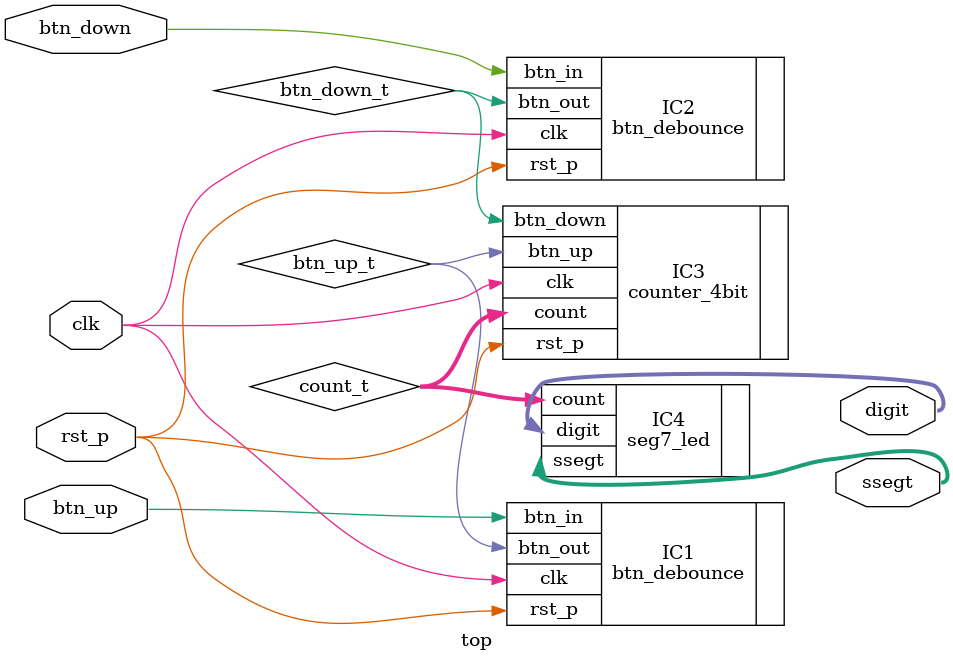
<source format=v>
`timescale 1ns / 1ps

module top (
    input clk, 
    input rst_p,
    input btn_up, 
    input btn_down,
    output [3:0] digit,
    output [6:0] ssegt
);

    wire btn_up_t;
    wire btn_down_t;
    wire [3:0] count_t;
    
    // IC1: Debounce cho nút UP
    btn_debounce IC1 (
        .clk(clk),
        .rst_p(rst_p),
        .btn_in(btn_up),
        .btn_out(btn_up_t)
    );
    
    // IC2: Debounce cho nút DOWN
    btn_debounce IC2 (
        .clk(clk),
        .rst_p(rst_p),
        .btn_in(btn_down),
        .btn_out(btn_down_t)
    );
    
    // IC3: Counter 4-bit với pulse detection
    counter_4bit IC3 (
        .clk(clk),
        .rst_p(rst_p),
        .btn_up(btn_up_t),
        .btn_down(btn_down_t),
        .count(count_t)
    );
    
    // IC4: 7-segment LED display
    seg7_led IC4 (
        .count(count_t),
        .digit(digit),
        .ssegt(ssegt)
    );
    
endmodule

</source>
